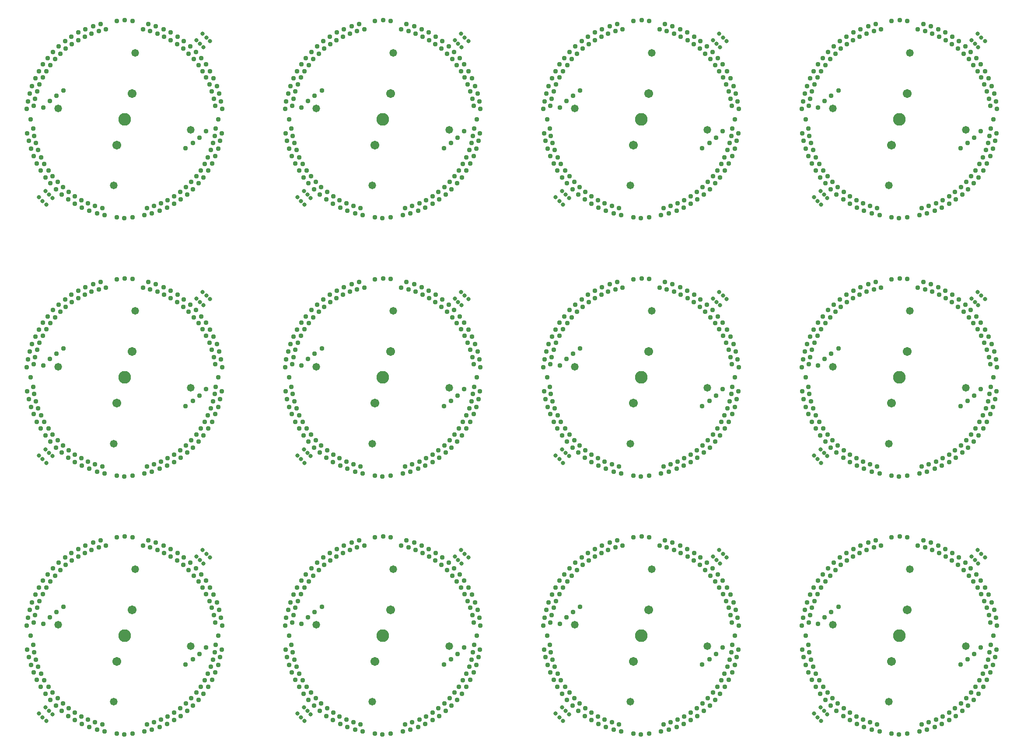
<source format=gbs>
G75*
%MOIN*%
%OFA0B0*%
%FSLAX24Y24*%
%IPPOS*%
%LPD*%
%AMOC8*
5,1,8,0,0,1.08239X$1,22.5*
%
%ADD10C,0.0580*%
%ADD11C,0.0316*%
%ADD12C,0.0375*%
%ADD13C,0.0970*%
%ADD14C,0.0671*%
D10*
X013315Y009067D03*
X019183Y013315D03*
X014935Y019183D03*
X009067Y014935D03*
X013315Y028752D03*
X019183Y033000D03*
X014935Y038868D03*
X009067Y034620D03*
X013315Y048437D03*
X019183Y052685D03*
X014935Y058553D03*
X009067Y054305D03*
X028752Y054305D03*
X034620Y058553D03*
X038868Y052685D03*
X033000Y048437D03*
X034620Y038868D03*
X028752Y034620D03*
X033000Y028752D03*
X038868Y033000D03*
X048437Y034620D03*
X054305Y038868D03*
X058553Y033000D03*
X052685Y028752D03*
X054305Y019183D03*
X048437Y014935D03*
X052685Y009067D03*
X058553Y013315D03*
X068122Y014935D03*
X073990Y019183D03*
X078238Y013315D03*
X072370Y009067D03*
X072370Y028752D03*
X078238Y033000D03*
X073990Y038868D03*
X068122Y034620D03*
X072370Y048437D03*
X078238Y052685D03*
X073990Y058553D03*
X068122Y054305D03*
X058553Y052685D03*
X052685Y048437D03*
X048437Y054305D03*
X054305Y058553D03*
X034620Y019183D03*
X028752Y014935D03*
X033000Y009067D03*
X038868Y013315D03*
D11*
X008167Y007611D03*
X007889Y007889D03*
X007611Y008167D03*
X008117Y008634D03*
X008381Y008381D03*
X008634Y008117D03*
X019869Y019869D03*
X020133Y019616D03*
X020639Y020083D03*
X020361Y020361D03*
X020083Y020639D03*
X019616Y020133D03*
X027296Y027853D03*
X027574Y027574D03*
X027853Y027296D03*
X028319Y027802D03*
X028066Y028066D03*
X027802Y028319D03*
X039301Y020133D03*
X039554Y019869D03*
X039818Y019616D03*
X040324Y020083D03*
X040046Y020361D03*
X039768Y020639D03*
X046981Y027853D03*
X047259Y027574D03*
X047538Y027296D03*
X048004Y027802D03*
X047751Y028066D03*
X047487Y028319D03*
X058986Y020133D03*
X059239Y019869D03*
X059503Y019616D03*
X060009Y020083D03*
X059731Y020361D03*
X059453Y020639D03*
X066666Y027853D03*
X066944Y027574D03*
X067223Y027296D03*
X067689Y027802D03*
X067436Y028066D03*
X067172Y028319D03*
X078671Y020133D03*
X078924Y019869D03*
X079189Y019616D03*
X079694Y020083D03*
X079416Y020361D03*
X079138Y020639D03*
X067436Y008381D03*
X067172Y008634D03*
X066666Y008167D03*
X066944Y007889D03*
X067223Y007611D03*
X067689Y008117D03*
X048004Y008117D03*
X047751Y008381D03*
X047487Y008634D03*
X046981Y008167D03*
X047259Y007889D03*
X047538Y007611D03*
X028319Y008117D03*
X028066Y008381D03*
X027802Y008634D03*
X027296Y008167D03*
X027574Y007889D03*
X027853Y007611D03*
X008167Y027296D03*
X007889Y027574D03*
X007611Y027853D03*
X008117Y028319D03*
X008381Y028066D03*
X008634Y027802D03*
X019869Y039554D03*
X020133Y039301D03*
X020639Y039768D03*
X020361Y040046D03*
X020083Y040324D03*
X019616Y039818D03*
X027853Y046981D03*
X027574Y047259D03*
X027296Y047538D03*
X027802Y048004D03*
X028066Y047751D03*
X028319Y047487D03*
X039301Y039818D03*
X039554Y039554D03*
X039818Y039301D03*
X040324Y039768D03*
X040046Y040046D03*
X039768Y040324D03*
X046981Y047538D03*
X047259Y047259D03*
X047538Y046981D03*
X048004Y047487D03*
X047751Y047751D03*
X047487Y048004D03*
X058986Y039818D03*
X059239Y039554D03*
X059503Y039301D03*
X060009Y039768D03*
X059731Y040046D03*
X059453Y040324D03*
X067223Y046981D03*
X066944Y047259D03*
X066666Y047538D03*
X067172Y048004D03*
X067436Y047751D03*
X067689Y047487D03*
X078671Y039818D03*
X078924Y039554D03*
X079189Y039301D03*
X079694Y039768D03*
X079416Y040046D03*
X079138Y040324D03*
X079189Y058986D03*
X078924Y059239D03*
X078671Y059503D03*
X079138Y060009D03*
X079416Y059731D03*
X079694Y059453D03*
X060009Y059453D03*
X059731Y059731D03*
X059453Y060009D03*
X058986Y059503D03*
X059239Y059239D03*
X059503Y058986D03*
X040324Y059453D03*
X040046Y059731D03*
X039768Y060009D03*
X039301Y059503D03*
X039554Y059239D03*
X039818Y058986D03*
X020639Y059453D03*
X020361Y059731D03*
X020083Y060009D03*
X019616Y059503D03*
X019869Y059239D03*
X020133Y058986D03*
X008381Y047751D03*
X008634Y047487D03*
X008167Y046981D03*
X007889Y047259D03*
X007611Y047538D03*
X008117Y048004D03*
D12*
X008469Y048602D03*
X008655Y049141D03*
X008325Y049592D03*
X008098Y049065D03*
X007746Y049591D03*
X008018Y050093D03*
X007765Y050592D03*
X007456Y050109D03*
X007194Y050686D03*
X007544Y051136D03*
X007376Y051670D03*
X006831Y051843D03*
X007249Y052230D03*
X007170Y052784D03*
X006722Y052426D03*
X006975Y053495D03*
X006686Y054268D03*
X007207Y054502D03*
X007309Y055052D03*
X006909Y055460D03*
X007460Y055606D03*
X007650Y056133D03*
X007087Y056027D03*
X007327Y056613D03*
X007895Y056667D03*
X008168Y057155D03*
X007920Y057670D03*
X008489Y057632D03*
X008838Y058069D03*
X008270Y058150D03*
X008685Y058627D03*
X009240Y058497D03*
X009656Y058871D03*
X009109Y059043D03*
X009597Y059447D03*
X010123Y059227D03*
X010594Y059529D03*
X010618Y060101D03*
X011102Y059799D03*
X011615Y060020D03*
X011153Y060359D03*
X011744Y060585D03*
X012172Y060208D03*
X012715Y060343D03*
X012313Y060752D03*
X013534Y060975D03*
X014155Y061045D03*
X014725Y060985D03*
X015535Y060343D03*
X016078Y060208D03*
X015937Y060752D03*
X016506Y060585D03*
X016635Y060020D03*
X017148Y059799D03*
X017097Y060359D03*
X017632Y060101D03*
X017656Y059529D03*
X018127Y059227D03*
X018168Y059788D03*
X018653Y059447D03*
X018594Y058871D03*
X019010Y058497D03*
X019141Y059043D03*
X019565Y058627D03*
X019412Y058069D03*
X019761Y057632D03*
X019980Y058150D03*
X020330Y057670D03*
X020082Y057155D03*
X020355Y056667D03*
X020655Y057142D03*
X020923Y056613D03*
X020600Y056133D03*
X020790Y055606D03*
X021163Y056027D03*
X021341Y055460D03*
X020941Y055052D03*
X021043Y054502D03*
X021480Y054856D03*
X021564Y054268D03*
X021275Y053495D03*
X021080Y052784D03*
X021001Y052230D03*
X021528Y052426D03*
X021419Y051843D03*
X020874Y051670D03*
X020706Y051136D03*
X021258Y051244D03*
X021056Y050686D03*
X020485Y050592D03*
X020232Y050093D03*
X020794Y050109D03*
X020504Y049591D03*
X019925Y049592D03*
X019595Y049141D03*
X020152Y049065D03*
X019781Y048602D03*
X019218Y048706D03*
X018819Y048314D03*
X019357Y048150D03*
X018916Y047752D03*
X018368Y047938D03*
X017910Y047617D03*
X018413Y047367D03*
X017913Y047047D03*
X017414Y047326D03*
X016910Y047083D03*
X017367Y046754D03*
X016822Y046520D03*
X016362Y046871D03*
X015826Y046714D03*
X016222Y046315D03*
X015646Y046173D03*
X014725Y046005D03*
X014095Y045945D03*
X013525Y046005D03*
X012604Y046173D03*
X012424Y046714D03*
X011888Y046871D03*
X012028Y046315D03*
X011428Y046520D03*
X011340Y047083D03*
X010836Y047326D03*
X010336Y047047D03*
X010340Y047617D03*
X009882Y047938D03*
X009837Y047367D03*
X009334Y047752D03*
X009431Y048314D03*
X009032Y048706D03*
X008893Y048150D03*
X010883Y046754D03*
X006992Y051244D03*
X007925Y054395D03*
X008425Y054895D03*
X008925Y055295D03*
X009475Y055695D03*
X007595Y057142D03*
X006770Y054856D03*
X010082Y059788D03*
X019325Y051695D03*
X019825Y052095D03*
X020325Y052595D03*
X018775Y051295D03*
X026407Y052426D03*
X026934Y052230D03*
X026855Y052784D03*
X026660Y053495D03*
X026371Y054268D03*
X026892Y054502D03*
X026994Y055052D03*
X026594Y055460D03*
X027145Y055606D03*
X027335Y056133D03*
X026772Y056027D03*
X027012Y056613D03*
X027580Y056667D03*
X027853Y057155D03*
X027605Y057670D03*
X028174Y057632D03*
X028523Y058069D03*
X027955Y058150D03*
X028371Y058627D03*
X028925Y058497D03*
X029341Y058871D03*
X028794Y059043D03*
X029282Y059447D03*
X029808Y059227D03*
X030279Y059529D03*
X030303Y060101D03*
X030787Y059799D03*
X031300Y060020D03*
X030838Y060359D03*
X031429Y060585D03*
X031857Y060208D03*
X032400Y060343D03*
X031999Y060752D03*
X033219Y060975D03*
X033840Y061045D03*
X034410Y060985D03*
X035220Y060343D03*
X035763Y060208D03*
X035622Y060752D03*
X036191Y060585D03*
X036320Y060020D03*
X036833Y059799D03*
X036782Y060359D03*
X037317Y060101D03*
X037341Y059529D03*
X037812Y059227D03*
X037853Y059788D03*
X038338Y059447D03*
X038279Y058871D03*
X038695Y058497D03*
X038826Y059043D03*
X039250Y058627D03*
X039097Y058069D03*
X039446Y057632D03*
X039665Y058150D03*
X040015Y057670D03*
X039767Y057155D03*
X040040Y056667D03*
X040340Y057142D03*
X040608Y056613D03*
X040285Y056133D03*
X040475Y055606D03*
X040848Y056027D03*
X041026Y055460D03*
X040626Y055052D03*
X040728Y054502D03*
X041165Y054856D03*
X041249Y054268D03*
X040960Y053495D03*
X040765Y052784D03*
X040686Y052230D03*
X041213Y052426D03*
X041104Y051843D03*
X040559Y051670D03*
X040391Y051136D03*
X040943Y051244D03*
X040741Y050686D03*
X040170Y050592D03*
X039917Y050093D03*
X040479Y050109D03*
X040189Y049591D03*
X039610Y049592D03*
X039280Y049141D03*
X039837Y049065D03*
X039466Y048602D03*
X038903Y048706D03*
X038504Y048314D03*
X039042Y048150D03*
X038601Y047752D03*
X038053Y047938D03*
X037595Y047617D03*
X038098Y047367D03*
X037599Y047047D03*
X037099Y047326D03*
X036595Y047083D03*
X037052Y046754D03*
X036507Y046520D03*
X036047Y046871D03*
X035511Y046714D03*
X035907Y046315D03*
X035331Y046173D03*
X034410Y046005D03*
X033780Y045945D03*
X033210Y046005D03*
X032289Y046173D03*
X032109Y046714D03*
X031573Y046871D03*
X031713Y046315D03*
X031113Y046520D03*
X031025Y047083D03*
X030521Y047326D03*
X030022Y047047D03*
X030025Y047617D03*
X029567Y047938D03*
X029522Y047367D03*
X029019Y047752D03*
X029116Y048314D03*
X028717Y048706D03*
X028154Y048602D03*
X028340Y049141D03*
X028010Y049592D03*
X027783Y049065D03*
X027431Y049591D03*
X027703Y050093D03*
X027450Y050592D03*
X027141Y050109D03*
X026879Y050686D03*
X027229Y051136D03*
X027061Y051670D03*
X026516Y051843D03*
X026677Y051244D03*
X028578Y048150D03*
X030568Y046754D03*
X031999Y041067D03*
X031857Y040523D03*
X032400Y040658D03*
X031429Y040900D03*
X031300Y040335D03*
X030787Y040114D03*
X030838Y040674D03*
X030303Y040415D03*
X030279Y039844D03*
X029808Y039542D03*
X029767Y040103D03*
X029282Y039762D03*
X029341Y039186D03*
X028925Y038812D03*
X028794Y039358D03*
X028371Y038942D03*
X028523Y038384D03*
X028174Y037947D03*
X027955Y038465D03*
X027605Y037985D03*
X027853Y037470D03*
X027580Y036982D03*
X027280Y037457D03*
X027012Y036928D03*
X027335Y036447D03*
X027145Y035921D03*
X026772Y036342D03*
X026594Y035775D03*
X026994Y035366D03*
X026892Y034817D03*
X026455Y035171D03*
X026371Y034583D03*
X026660Y033810D03*
X026855Y033099D03*
X026934Y032545D03*
X026407Y032741D03*
X026516Y032158D03*
X027061Y031984D03*
X027229Y031451D03*
X026677Y031559D03*
X026879Y031001D03*
X027450Y030907D03*
X027703Y030408D03*
X027141Y030424D03*
X027431Y029906D03*
X028010Y029907D03*
X028340Y029456D03*
X027783Y029380D03*
X028154Y028917D03*
X028717Y029021D03*
X029116Y028629D03*
X028578Y028465D03*
X029019Y028067D03*
X029567Y028253D03*
X030025Y027932D03*
X029522Y027682D03*
X030022Y027362D03*
X030521Y027641D03*
X031025Y027398D03*
X030568Y027069D03*
X031113Y026834D03*
X031573Y027186D03*
X032109Y027029D03*
X031713Y026630D03*
X032289Y026488D03*
X033210Y026320D03*
X033780Y026260D03*
X034410Y026320D03*
X035331Y026488D03*
X035511Y027029D03*
X036047Y027186D03*
X035907Y026630D03*
X036507Y026834D03*
X036595Y027398D03*
X037099Y027641D03*
X037599Y027362D03*
X037595Y027932D03*
X038053Y028253D03*
X038098Y027682D03*
X038601Y028067D03*
X038504Y028629D03*
X038903Y029021D03*
X039466Y028917D03*
X039280Y029456D03*
X039610Y029907D03*
X039837Y029380D03*
X040189Y029906D03*
X039917Y030408D03*
X040170Y030907D03*
X040479Y030424D03*
X040741Y031001D03*
X040391Y031451D03*
X040559Y031984D03*
X041104Y032158D03*
X040686Y032545D03*
X040765Y033099D03*
X041213Y032741D03*
X040960Y033810D03*
X041249Y034583D03*
X040728Y034817D03*
X040626Y035366D03*
X041026Y035775D03*
X040475Y035921D03*
X040285Y036447D03*
X040848Y036342D03*
X040608Y036928D03*
X040040Y036982D03*
X039767Y037470D03*
X040015Y037985D03*
X039446Y037947D03*
X039097Y038384D03*
X039665Y038465D03*
X039250Y038942D03*
X038695Y038812D03*
X038279Y039186D03*
X038826Y039358D03*
X038338Y039762D03*
X037812Y039542D03*
X037341Y039844D03*
X037317Y040415D03*
X036833Y040114D03*
X036320Y040335D03*
X036782Y040674D03*
X036191Y040900D03*
X035763Y040523D03*
X035220Y040658D03*
X035622Y041067D03*
X034410Y041300D03*
X033840Y041360D03*
X033219Y041290D03*
X037853Y040103D03*
X040340Y037457D03*
X041165Y035171D03*
X040010Y032910D03*
X039510Y032410D03*
X039010Y032010D03*
X038460Y031610D03*
X040943Y031559D03*
X039042Y028465D03*
X037052Y027069D03*
X035622Y021382D03*
X035763Y020838D03*
X035220Y020973D03*
X036191Y021215D03*
X036320Y020650D03*
X036833Y020429D03*
X036782Y020989D03*
X037317Y020730D03*
X037341Y020159D03*
X037812Y019857D03*
X037853Y020418D03*
X038338Y020077D03*
X038279Y019501D03*
X038695Y019127D03*
X038826Y019673D03*
X039250Y019257D03*
X039097Y018699D03*
X039446Y018262D03*
X039665Y018780D03*
X040015Y018300D03*
X039767Y017784D03*
X040040Y017297D03*
X040340Y017772D03*
X040608Y017242D03*
X040285Y016762D03*
X040475Y016236D03*
X040848Y016657D03*
X041026Y016090D03*
X040626Y015681D03*
X040728Y015132D03*
X041165Y015486D03*
X041249Y014898D03*
X040960Y014125D03*
X040765Y013414D03*
X040686Y012860D03*
X041213Y013056D03*
X041104Y012473D03*
X040559Y012299D03*
X040391Y011766D03*
X040943Y011874D03*
X040741Y011316D03*
X040170Y011222D03*
X039917Y010723D03*
X040479Y010739D03*
X040189Y010221D03*
X039610Y010222D03*
X039280Y009771D03*
X039837Y009695D03*
X039466Y009232D03*
X038903Y009336D03*
X038504Y008944D03*
X039042Y008780D03*
X038601Y008382D03*
X038053Y008568D03*
X037595Y008247D03*
X038098Y007997D03*
X037599Y007677D03*
X037099Y007956D03*
X036595Y007713D03*
X037052Y007384D03*
X036507Y007149D03*
X036047Y007501D03*
X035511Y007344D03*
X035907Y006945D03*
X035331Y006803D03*
X034410Y006635D03*
X033780Y006575D03*
X033210Y006635D03*
X032289Y006803D03*
X032109Y007344D03*
X031573Y007501D03*
X031713Y006945D03*
X031113Y007149D03*
X031025Y007713D03*
X030521Y007956D03*
X030022Y007677D03*
X030025Y008247D03*
X029567Y008568D03*
X029522Y007997D03*
X029019Y008382D03*
X029116Y008944D03*
X028717Y009336D03*
X028154Y009232D03*
X028340Y009771D03*
X028010Y010222D03*
X027783Y009695D03*
X027431Y010221D03*
X027703Y010723D03*
X027450Y011222D03*
X027141Y010739D03*
X026879Y011316D03*
X027229Y011766D03*
X027061Y012299D03*
X026516Y012473D03*
X026934Y012860D03*
X026855Y013414D03*
X026407Y013056D03*
X026677Y011874D03*
X026660Y014125D03*
X026371Y014898D03*
X026892Y015132D03*
X026994Y015681D03*
X026594Y016090D03*
X027145Y016236D03*
X027335Y016762D03*
X026772Y016657D03*
X027012Y017242D03*
X027580Y017297D03*
X027853Y017784D03*
X027605Y018300D03*
X028174Y018262D03*
X028523Y018699D03*
X027955Y018780D03*
X028371Y019257D03*
X028925Y019127D03*
X029341Y019501D03*
X028794Y019673D03*
X029282Y020077D03*
X029808Y019857D03*
X030279Y020159D03*
X030303Y020730D03*
X030787Y020429D03*
X031300Y020650D03*
X030838Y020989D03*
X031429Y021215D03*
X031857Y020838D03*
X032400Y020973D03*
X031999Y021382D03*
X033219Y021605D03*
X033840Y021675D03*
X034410Y021615D03*
X029767Y020418D03*
X027280Y017772D03*
X028610Y015925D03*
X028110Y015525D03*
X027610Y015025D03*
X026455Y015486D03*
X029160Y016325D03*
X028578Y008780D03*
X030568Y007384D03*
X038460Y011925D03*
X039010Y012325D03*
X039510Y012725D03*
X040010Y013225D03*
X046092Y013056D03*
X046619Y012860D03*
X046540Y013414D03*
X046345Y014125D03*
X046057Y014898D03*
X046577Y015132D03*
X046679Y015681D03*
X046279Y016090D03*
X046830Y016236D03*
X047020Y016762D03*
X046457Y016657D03*
X046697Y017242D03*
X047265Y017297D03*
X047538Y017784D03*
X047290Y018300D03*
X047859Y018262D03*
X048208Y018699D03*
X047640Y018780D03*
X048056Y019257D03*
X048610Y019127D03*
X049026Y019501D03*
X048479Y019673D03*
X048967Y020077D03*
X049493Y019857D03*
X049964Y020159D03*
X049988Y020730D03*
X050472Y020429D03*
X050985Y020650D03*
X050523Y020989D03*
X051114Y021215D03*
X051542Y020838D03*
X052085Y020973D03*
X051684Y021382D03*
X052905Y021605D03*
X053525Y021675D03*
X054095Y021615D03*
X054905Y020973D03*
X055448Y020838D03*
X055307Y021382D03*
X055876Y021215D03*
X056005Y020650D03*
X056518Y020429D03*
X056468Y020989D03*
X057002Y020730D03*
X057026Y020159D03*
X057497Y019857D03*
X057538Y020418D03*
X058023Y020077D03*
X057964Y019501D03*
X058380Y019127D03*
X058511Y019673D03*
X058935Y019257D03*
X058782Y018699D03*
X059131Y018262D03*
X059350Y018780D03*
X059700Y018300D03*
X059452Y017784D03*
X059725Y017297D03*
X060025Y017772D03*
X060293Y017242D03*
X059970Y016762D03*
X060160Y016236D03*
X060533Y016657D03*
X060711Y016090D03*
X060311Y015681D03*
X060413Y015132D03*
X060850Y015486D03*
X060934Y014898D03*
X060645Y014125D03*
X060450Y013414D03*
X060371Y012860D03*
X060898Y013056D03*
X060789Y012473D03*
X060244Y012299D03*
X060076Y011766D03*
X060628Y011874D03*
X060426Y011316D03*
X059855Y011222D03*
X059602Y010723D03*
X060164Y010739D03*
X059874Y010221D03*
X059295Y010222D03*
X058965Y009771D03*
X059522Y009695D03*
X059151Y009232D03*
X058588Y009336D03*
X058189Y008944D03*
X058727Y008780D03*
X058286Y008382D03*
X057738Y008568D03*
X057280Y008247D03*
X057784Y007997D03*
X057284Y007677D03*
X056784Y007956D03*
X056280Y007713D03*
X056737Y007384D03*
X056192Y007149D03*
X055732Y007501D03*
X055196Y007344D03*
X055592Y006945D03*
X055016Y006803D03*
X054095Y006635D03*
X053465Y006575D03*
X052895Y006635D03*
X051974Y006803D03*
X051795Y007344D03*
X051258Y007501D03*
X051398Y006945D03*
X050798Y007149D03*
X050710Y007713D03*
X050206Y007956D03*
X049707Y007677D03*
X049710Y008247D03*
X049252Y008568D03*
X049207Y007997D03*
X048704Y008382D03*
X048801Y008944D03*
X048402Y009336D03*
X047839Y009232D03*
X048025Y009771D03*
X047695Y010222D03*
X047468Y009695D03*
X047116Y010221D03*
X047388Y010723D03*
X047135Y011222D03*
X046826Y010739D03*
X046564Y011316D03*
X046914Y011766D03*
X046746Y012299D03*
X046201Y012473D03*
X046362Y011874D03*
X048263Y008780D03*
X050253Y007384D03*
X058145Y011925D03*
X058695Y012325D03*
X059195Y012725D03*
X059695Y013225D03*
X065777Y013056D03*
X066304Y012860D03*
X066225Y013414D03*
X066030Y014125D03*
X065742Y014898D03*
X066262Y015132D03*
X066364Y015681D03*
X065964Y016090D03*
X066515Y016236D03*
X066705Y016762D03*
X066142Y016657D03*
X066382Y017242D03*
X066950Y017297D03*
X067223Y017784D03*
X066975Y018300D03*
X067544Y018262D03*
X067893Y018699D03*
X067325Y018780D03*
X067741Y019257D03*
X068296Y019127D03*
X068711Y019501D03*
X068164Y019673D03*
X068652Y020077D03*
X069178Y019857D03*
X069649Y020159D03*
X069673Y020730D03*
X070157Y020429D03*
X070670Y020650D03*
X070208Y020989D03*
X070799Y021215D03*
X071227Y020838D03*
X071770Y020973D03*
X071369Y021382D03*
X072590Y021605D03*
X073210Y021675D03*
X073780Y021615D03*
X074590Y020973D03*
X075133Y020838D03*
X074992Y021382D03*
X075561Y021215D03*
X075690Y020650D03*
X076203Y020429D03*
X076153Y020989D03*
X076687Y020730D03*
X076711Y020159D03*
X077182Y019857D03*
X077223Y020418D03*
X077708Y020077D03*
X077649Y019501D03*
X078065Y019127D03*
X078196Y019673D03*
X078620Y019257D03*
X078467Y018699D03*
X078816Y018262D03*
X079035Y018780D03*
X079385Y018300D03*
X079137Y017784D03*
X079410Y017297D03*
X079710Y017772D03*
X079978Y017242D03*
X079655Y016762D03*
X079845Y016236D03*
X080218Y016657D03*
X080396Y016090D03*
X079996Y015681D03*
X080098Y015132D03*
X080535Y015486D03*
X080619Y014898D03*
X080330Y014125D03*
X080135Y013414D03*
X080056Y012860D03*
X080583Y013056D03*
X080474Y012473D03*
X079929Y012299D03*
X079761Y011766D03*
X080313Y011874D03*
X080111Y011316D03*
X079540Y011222D03*
X079287Y010723D03*
X079849Y010739D03*
X079559Y010221D03*
X078980Y010222D03*
X078650Y009771D03*
X079207Y009695D03*
X078836Y009232D03*
X078273Y009336D03*
X077874Y008944D03*
X078412Y008780D03*
X077971Y008382D03*
X077423Y008568D03*
X076965Y008247D03*
X077469Y007997D03*
X076969Y007677D03*
X076469Y007956D03*
X075965Y007713D03*
X076422Y007384D03*
X075877Y007149D03*
X075417Y007501D03*
X074881Y007344D03*
X075277Y006945D03*
X074701Y006803D03*
X073780Y006635D03*
X073150Y006575D03*
X072580Y006635D03*
X071659Y006803D03*
X071480Y007344D03*
X070943Y007501D03*
X071083Y006945D03*
X070483Y007149D03*
X070395Y007713D03*
X069891Y007956D03*
X069392Y007677D03*
X069395Y008247D03*
X068937Y008568D03*
X068892Y007997D03*
X068389Y008382D03*
X068486Y008944D03*
X068087Y009336D03*
X067524Y009232D03*
X067710Y009771D03*
X067380Y010222D03*
X067153Y009695D03*
X066801Y010221D03*
X067073Y010723D03*
X066820Y011222D03*
X066511Y010739D03*
X066249Y011316D03*
X066599Y011766D03*
X066431Y012299D03*
X065886Y012473D03*
X066047Y011874D03*
X067948Y008780D03*
X069938Y007384D03*
X077830Y011925D03*
X078380Y012325D03*
X078880Y012725D03*
X079380Y013225D03*
X069138Y020418D03*
X066650Y017772D03*
X067980Y015925D03*
X067480Y015525D03*
X066980Y015025D03*
X068530Y016325D03*
X065825Y015486D03*
X070483Y026834D03*
X070395Y027398D03*
X069891Y027641D03*
X069392Y027362D03*
X069395Y027932D03*
X068937Y028253D03*
X068892Y027682D03*
X068389Y028067D03*
X068486Y028629D03*
X068087Y029021D03*
X067524Y028917D03*
X067710Y029456D03*
X067380Y029907D03*
X067153Y029380D03*
X066801Y029906D03*
X067073Y030408D03*
X066820Y030907D03*
X066511Y030424D03*
X066249Y031001D03*
X066599Y031451D03*
X066431Y031984D03*
X065886Y032158D03*
X066304Y032545D03*
X066225Y033099D03*
X065777Y032741D03*
X066030Y033810D03*
X065742Y034583D03*
X066262Y034817D03*
X066364Y035366D03*
X065964Y035775D03*
X066515Y035921D03*
X066705Y036447D03*
X066142Y036342D03*
X066382Y036928D03*
X066950Y036982D03*
X067223Y037470D03*
X066975Y037985D03*
X067544Y037947D03*
X067893Y038384D03*
X067325Y038465D03*
X067741Y038942D03*
X068296Y038812D03*
X068711Y039186D03*
X068164Y039358D03*
X068652Y039762D03*
X069178Y039542D03*
X069649Y039844D03*
X069673Y040415D03*
X070157Y040114D03*
X070670Y040335D03*
X070208Y040674D03*
X070799Y040900D03*
X071227Y040523D03*
X071770Y040658D03*
X071369Y041067D03*
X072590Y041290D03*
X073210Y041360D03*
X073780Y041300D03*
X074590Y040658D03*
X075133Y040523D03*
X074992Y041067D03*
X075561Y040900D03*
X075690Y040335D03*
X076203Y040114D03*
X076153Y040674D03*
X076687Y040415D03*
X076711Y039844D03*
X077182Y039542D03*
X077223Y040103D03*
X077708Y039762D03*
X077649Y039186D03*
X078065Y038812D03*
X078196Y039358D03*
X078620Y038942D03*
X078467Y038384D03*
X078816Y037947D03*
X079035Y038465D03*
X079385Y037985D03*
X079137Y037470D03*
X079410Y036982D03*
X079710Y037457D03*
X079978Y036928D03*
X079655Y036447D03*
X079845Y035921D03*
X080218Y036342D03*
X080396Y035775D03*
X079996Y035366D03*
X080098Y034817D03*
X080535Y035171D03*
X080619Y034583D03*
X080330Y033810D03*
X080135Y033099D03*
X080056Y032545D03*
X080583Y032741D03*
X080474Y032158D03*
X079929Y031984D03*
X079761Y031451D03*
X080313Y031559D03*
X080111Y031001D03*
X079540Y030907D03*
X079287Y030408D03*
X079849Y030424D03*
X079559Y029906D03*
X078980Y029907D03*
X078650Y029456D03*
X079207Y029380D03*
X078836Y028917D03*
X078273Y029021D03*
X077874Y028629D03*
X078412Y028465D03*
X077971Y028067D03*
X077423Y028253D03*
X076965Y027932D03*
X077469Y027682D03*
X076969Y027362D03*
X076469Y027641D03*
X075965Y027398D03*
X076422Y027069D03*
X075877Y026834D03*
X075417Y027186D03*
X074881Y027029D03*
X075277Y026630D03*
X074701Y026488D03*
X073780Y026320D03*
X073150Y026260D03*
X072580Y026320D03*
X071659Y026488D03*
X071480Y027029D03*
X070943Y027186D03*
X071083Y026630D03*
X069938Y027069D03*
X067948Y028465D03*
X066047Y031559D03*
X066980Y034710D03*
X067480Y035210D03*
X067980Y035610D03*
X068530Y036010D03*
X066650Y037457D03*
X065825Y035171D03*
X060934Y034583D03*
X060413Y034817D03*
X060311Y035366D03*
X060711Y035775D03*
X060160Y035921D03*
X059970Y036447D03*
X060533Y036342D03*
X060293Y036928D03*
X059725Y036982D03*
X059452Y037470D03*
X059700Y037985D03*
X059131Y037947D03*
X058782Y038384D03*
X059350Y038465D03*
X058935Y038942D03*
X058380Y038812D03*
X057964Y039186D03*
X058511Y039358D03*
X058023Y039762D03*
X057497Y039542D03*
X057026Y039844D03*
X057002Y040415D03*
X056518Y040114D03*
X056005Y040335D03*
X056468Y040674D03*
X055876Y040900D03*
X055448Y040523D03*
X054905Y040658D03*
X055307Y041067D03*
X054095Y041300D03*
X053525Y041360D03*
X052905Y041290D03*
X052085Y040658D03*
X051542Y040523D03*
X051684Y041067D03*
X051114Y040900D03*
X050985Y040335D03*
X050472Y040114D03*
X050523Y040674D03*
X049988Y040415D03*
X049964Y039844D03*
X049493Y039542D03*
X049452Y040103D03*
X048967Y039762D03*
X049026Y039186D03*
X048610Y038812D03*
X048479Y039358D03*
X048056Y038942D03*
X048208Y038384D03*
X047859Y037947D03*
X047640Y038465D03*
X047290Y037985D03*
X047538Y037470D03*
X047265Y036982D03*
X046965Y037457D03*
X046697Y036928D03*
X047020Y036447D03*
X046830Y035921D03*
X046457Y036342D03*
X046279Y035775D03*
X046679Y035366D03*
X046577Y034817D03*
X046140Y035171D03*
X046057Y034583D03*
X046345Y033810D03*
X046540Y033099D03*
X046619Y032545D03*
X046092Y032741D03*
X046201Y032158D03*
X046746Y031984D03*
X046914Y031451D03*
X046362Y031559D03*
X046564Y031001D03*
X047135Y030907D03*
X047388Y030408D03*
X046826Y030424D03*
X047116Y029906D03*
X047695Y029907D03*
X048025Y029456D03*
X047468Y029380D03*
X047839Y028917D03*
X048402Y029021D03*
X048801Y028629D03*
X048263Y028465D03*
X048704Y028067D03*
X049252Y028253D03*
X049710Y027932D03*
X049207Y027682D03*
X049707Y027362D03*
X050206Y027641D03*
X050710Y027398D03*
X050253Y027069D03*
X050798Y026834D03*
X051258Y027186D03*
X051795Y027029D03*
X051398Y026630D03*
X051974Y026488D03*
X052895Y026320D03*
X053465Y026260D03*
X054095Y026320D03*
X055016Y026488D03*
X055196Y027029D03*
X055732Y027186D03*
X055592Y026630D03*
X056192Y026834D03*
X056280Y027398D03*
X056784Y027641D03*
X057284Y027362D03*
X057280Y027932D03*
X057738Y028253D03*
X057784Y027682D03*
X058286Y028067D03*
X058189Y028629D03*
X058588Y029021D03*
X059151Y028917D03*
X058965Y029456D03*
X059295Y029907D03*
X059522Y029380D03*
X059874Y029906D03*
X059602Y030408D03*
X059855Y030907D03*
X060164Y030424D03*
X060426Y031001D03*
X060076Y031451D03*
X060244Y031984D03*
X060789Y032158D03*
X060371Y032545D03*
X060450Y033099D03*
X060898Y032741D03*
X060645Y033810D03*
X059695Y032910D03*
X059195Y032410D03*
X058695Y032010D03*
X058145Y031610D03*
X060628Y031559D03*
X060850Y035171D03*
X060025Y037457D03*
X057538Y040103D03*
X055016Y046173D03*
X055196Y046714D03*
X055732Y046871D03*
X055592Y046315D03*
X056192Y046520D03*
X056280Y047083D03*
X056784Y047326D03*
X057284Y047047D03*
X057280Y047617D03*
X057738Y047938D03*
X057784Y047367D03*
X058286Y047752D03*
X058189Y048314D03*
X058588Y048706D03*
X059151Y048602D03*
X058965Y049141D03*
X059295Y049592D03*
X059522Y049065D03*
X059874Y049591D03*
X059602Y050093D03*
X059855Y050592D03*
X060164Y050109D03*
X060426Y050686D03*
X060076Y051136D03*
X060244Y051670D03*
X060789Y051843D03*
X060371Y052230D03*
X060450Y052784D03*
X060898Y052426D03*
X060645Y053495D03*
X060934Y054268D03*
X060413Y054502D03*
X060311Y055052D03*
X060711Y055460D03*
X060160Y055606D03*
X059970Y056133D03*
X060533Y056027D03*
X060293Y056613D03*
X059725Y056667D03*
X059452Y057155D03*
X059700Y057670D03*
X059131Y057632D03*
X058782Y058069D03*
X059350Y058150D03*
X058935Y058627D03*
X058380Y058497D03*
X057964Y058871D03*
X058511Y059043D03*
X058023Y059447D03*
X057497Y059227D03*
X057026Y059529D03*
X057002Y060101D03*
X056518Y059799D03*
X056005Y060020D03*
X056468Y060359D03*
X055876Y060585D03*
X055448Y060208D03*
X054905Y060343D03*
X055307Y060752D03*
X054095Y060985D03*
X053525Y061045D03*
X052905Y060975D03*
X052085Y060343D03*
X051542Y060208D03*
X051684Y060752D03*
X051114Y060585D03*
X050985Y060020D03*
X050472Y059799D03*
X050523Y060359D03*
X049988Y060101D03*
X049964Y059529D03*
X049493Y059227D03*
X049452Y059788D03*
X048967Y059447D03*
X049026Y058871D03*
X048610Y058497D03*
X048479Y059043D03*
X048056Y058627D03*
X048208Y058069D03*
X047859Y057632D03*
X047640Y058150D03*
X047290Y057670D03*
X047538Y057155D03*
X047265Y056667D03*
X046965Y057142D03*
X046697Y056613D03*
X047020Y056133D03*
X046830Y055606D03*
X046457Y056027D03*
X046279Y055460D03*
X046679Y055052D03*
X046577Y054502D03*
X046140Y054856D03*
X046057Y054268D03*
X046345Y053495D03*
X046540Y052784D03*
X046619Y052230D03*
X046092Y052426D03*
X046201Y051843D03*
X046746Y051670D03*
X046914Y051136D03*
X046362Y051244D03*
X046564Y050686D03*
X047135Y050592D03*
X047388Y050093D03*
X046826Y050109D03*
X047116Y049591D03*
X047695Y049592D03*
X048025Y049141D03*
X047468Y049065D03*
X047839Y048602D03*
X048402Y048706D03*
X048801Y048314D03*
X048263Y048150D03*
X048704Y047752D03*
X049252Y047938D03*
X049710Y047617D03*
X049207Y047367D03*
X049707Y047047D03*
X050206Y047326D03*
X050710Y047083D03*
X050253Y046754D03*
X050798Y046520D03*
X051258Y046871D03*
X051795Y046714D03*
X051398Y046315D03*
X051974Y046173D03*
X052895Y046005D03*
X053465Y045945D03*
X054095Y046005D03*
X056737Y046754D03*
X058727Y048150D03*
X058145Y051295D03*
X058695Y051695D03*
X059195Y052095D03*
X059695Y052595D03*
X060628Y051244D03*
X060850Y054856D03*
X060025Y057142D03*
X057538Y059788D03*
X065825Y054856D03*
X066262Y054502D03*
X066364Y055052D03*
X065964Y055460D03*
X066515Y055606D03*
X066705Y056133D03*
X066142Y056027D03*
X066382Y056613D03*
X066950Y056667D03*
X067223Y057155D03*
X066975Y057670D03*
X067544Y057632D03*
X067893Y058069D03*
X067325Y058150D03*
X067741Y058627D03*
X068296Y058497D03*
X068711Y058871D03*
X068164Y059043D03*
X068652Y059447D03*
X069178Y059227D03*
X069649Y059529D03*
X069673Y060101D03*
X070157Y059799D03*
X070670Y060020D03*
X070208Y060359D03*
X070799Y060585D03*
X071227Y060208D03*
X071770Y060343D03*
X071369Y060752D03*
X072590Y060975D03*
X073210Y061045D03*
X073780Y060985D03*
X074590Y060343D03*
X075133Y060208D03*
X074992Y060752D03*
X075561Y060585D03*
X075690Y060020D03*
X076203Y059799D03*
X076153Y060359D03*
X076687Y060101D03*
X076711Y059529D03*
X077182Y059227D03*
X077223Y059788D03*
X077708Y059447D03*
X077649Y058871D03*
X078065Y058497D03*
X078196Y059043D03*
X078620Y058627D03*
X078467Y058069D03*
X078816Y057632D03*
X079035Y058150D03*
X079385Y057670D03*
X079137Y057155D03*
X079410Y056667D03*
X079710Y057142D03*
X079978Y056613D03*
X079655Y056133D03*
X079845Y055606D03*
X080218Y056027D03*
X080396Y055460D03*
X079996Y055052D03*
X080098Y054502D03*
X080535Y054856D03*
X080619Y054268D03*
X080330Y053495D03*
X080135Y052784D03*
X080056Y052230D03*
X080583Y052426D03*
X080474Y051843D03*
X079929Y051670D03*
X079761Y051136D03*
X080313Y051244D03*
X080111Y050686D03*
X079540Y050592D03*
X079287Y050093D03*
X079849Y050109D03*
X079559Y049591D03*
X078980Y049592D03*
X078650Y049141D03*
X079207Y049065D03*
X078836Y048602D03*
X078273Y048706D03*
X077874Y048314D03*
X078412Y048150D03*
X077971Y047752D03*
X077423Y047938D03*
X076965Y047617D03*
X077469Y047367D03*
X076969Y047047D03*
X076469Y047326D03*
X075965Y047083D03*
X076422Y046754D03*
X075877Y046520D03*
X075417Y046871D03*
X074881Y046714D03*
X075277Y046315D03*
X074701Y046173D03*
X073780Y046005D03*
X073150Y045945D03*
X072580Y046005D03*
X071659Y046173D03*
X071480Y046714D03*
X070943Y046871D03*
X071083Y046315D03*
X070483Y046520D03*
X070395Y047083D03*
X069891Y047326D03*
X069392Y047047D03*
X069395Y047617D03*
X068937Y047938D03*
X068892Y047367D03*
X068389Y047752D03*
X068486Y048314D03*
X068087Y048706D03*
X067524Y048602D03*
X067710Y049141D03*
X067380Y049592D03*
X067153Y049065D03*
X066801Y049591D03*
X067073Y050093D03*
X066820Y050592D03*
X066511Y050109D03*
X066249Y050686D03*
X066599Y051136D03*
X066431Y051670D03*
X065886Y051843D03*
X066304Y052230D03*
X066225Y052784D03*
X065777Y052426D03*
X066030Y053495D03*
X065742Y054268D03*
X066980Y054395D03*
X067480Y054895D03*
X067980Y055295D03*
X068530Y055695D03*
X066650Y057142D03*
X069138Y059788D03*
X078380Y051695D03*
X078880Y052095D03*
X079380Y052595D03*
X077830Y051295D03*
X069938Y046754D03*
X067948Y048150D03*
X066047Y051244D03*
X069138Y040103D03*
X077830Y031610D03*
X078380Y032010D03*
X078880Y032410D03*
X079380Y032910D03*
X058727Y028465D03*
X056737Y027069D03*
X049452Y020418D03*
X046965Y017772D03*
X048295Y015925D03*
X047795Y015525D03*
X047295Y015025D03*
X046140Y015486D03*
X048845Y016325D03*
X047295Y034710D03*
X047795Y035210D03*
X048295Y035610D03*
X048845Y036010D03*
X038460Y051295D03*
X039010Y051695D03*
X039510Y052095D03*
X040010Y052595D03*
X047295Y054395D03*
X047795Y054895D03*
X048295Y055295D03*
X048845Y055695D03*
X029767Y059788D03*
X027280Y057142D03*
X028610Y055295D03*
X028110Y054895D03*
X027610Y054395D03*
X026455Y054856D03*
X029160Y055695D03*
X015937Y041067D03*
X016078Y040523D03*
X015535Y040658D03*
X016506Y040900D03*
X016635Y040335D03*
X017148Y040114D03*
X017097Y040674D03*
X017632Y040415D03*
X017656Y039844D03*
X018127Y039542D03*
X018168Y040103D03*
X018653Y039762D03*
X018594Y039186D03*
X019010Y038812D03*
X019141Y039358D03*
X019565Y038942D03*
X019412Y038384D03*
X019761Y037947D03*
X019980Y038465D03*
X020330Y037985D03*
X020082Y037470D03*
X020355Y036982D03*
X020655Y037457D03*
X020923Y036928D03*
X020600Y036447D03*
X020790Y035921D03*
X021163Y036342D03*
X021341Y035775D03*
X020941Y035366D03*
X021043Y034817D03*
X021480Y035171D03*
X021564Y034583D03*
X021275Y033810D03*
X021080Y033099D03*
X021001Y032545D03*
X021528Y032741D03*
X021419Y032158D03*
X020874Y031984D03*
X020706Y031451D03*
X021258Y031559D03*
X021056Y031001D03*
X020485Y030907D03*
X020232Y030408D03*
X020794Y030424D03*
X020504Y029906D03*
X019925Y029907D03*
X019595Y029456D03*
X020152Y029380D03*
X019781Y028917D03*
X019218Y029021D03*
X018819Y028629D03*
X019357Y028465D03*
X018916Y028067D03*
X018368Y028253D03*
X017910Y027932D03*
X018413Y027682D03*
X017913Y027362D03*
X017414Y027641D03*
X016910Y027398D03*
X017367Y027069D03*
X016822Y026834D03*
X016362Y027186D03*
X015826Y027029D03*
X016222Y026630D03*
X015646Y026488D03*
X014725Y026320D03*
X014095Y026260D03*
X013525Y026320D03*
X012604Y026488D03*
X012424Y027029D03*
X011888Y027186D03*
X012028Y026630D03*
X011428Y026834D03*
X011340Y027398D03*
X010836Y027641D03*
X010336Y027362D03*
X010340Y027932D03*
X009882Y028253D03*
X009837Y027682D03*
X009334Y028067D03*
X009431Y028629D03*
X009032Y029021D03*
X008469Y028917D03*
X008655Y029456D03*
X008325Y029907D03*
X008098Y029380D03*
X007746Y029906D03*
X008018Y030408D03*
X007765Y030907D03*
X007456Y030424D03*
X007194Y031001D03*
X007544Y031451D03*
X007376Y031984D03*
X006831Y032158D03*
X007249Y032545D03*
X007170Y033099D03*
X006722Y032741D03*
X006975Y033810D03*
X006686Y034583D03*
X007207Y034817D03*
X007309Y035366D03*
X006909Y035775D03*
X007460Y035921D03*
X007650Y036447D03*
X007087Y036342D03*
X007327Y036928D03*
X007895Y036982D03*
X008168Y037470D03*
X007920Y037985D03*
X008489Y037947D03*
X008838Y038384D03*
X008270Y038465D03*
X008685Y038942D03*
X009240Y038812D03*
X009656Y039186D03*
X009109Y039358D03*
X009597Y039762D03*
X010123Y039542D03*
X010594Y039844D03*
X010618Y040415D03*
X011102Y040114D03*
X011615Y040335D03*
X011153Y040674D03*
X011744Y040900D03*
X012172Y040523D03*
X012715Y040658D03*
X012313Y041067D03*
X013534Y041290D03*
X014155Y041360D03*
X014725Y041300D03*
X010082Y040103D03*
X007595Y037457D03*
X009475Y036010D03*
X008925Y035610D03*
X008425Y035210D03*
X007925Y034710D03*
X006770Y035171D03*
X006992Y031559D03*
X008893Y028465D03*
X010883Y027069D03*
X012313Y021382D03*
X012172Y020838D03*
X012715Y020973D03*
X011744Y021215D03*
X011615Y020650D03*
X011102Y020429D03*
X011153Y020989D03*
X010618Y020730D03*
X010594Y020159D03*
X010123Y019857D03*
X010082Y020418D03*
X009597Y020077D03*
X009656Y019501D03*
X009240Y019127D03*
X009109Y019673D03*
X008685Y019257D03*
X008838Y018699D03*
X008489Y018262D03*
X008270Y018780D03*
X007920Y018300D03*
X008168Y017784D03*
X007895Y017297D03*
X007595Y017772D03*
X007327Y017242D03*
X007650Y016762D03*
X007460Y016236D03*
X007087Y016657D03*
X006909Y016090D03*
X007309Y015681D03*
X007207Y015132D03*
X006770Y015486D03*
X006686Y014898D03*
X006975Y014125D03*
X007170Y013414D03*
X007249Y012860D03*
X006722Y013056D03*
X006831Y012473D03*
X007376Y012299D03*
X007544Y011766D03*
X006992Y011874D03*
X007194Y011316D03*
X007765Y011222D03*
X008018Y010723D03*
X007456Y010739D03*
X007746Y010221D03*
X008325Y010222D03*
X008655Y009771D03*
X008098Y009695D03*
X008469Y009232D03*
X009032Y009336D03*
X009431Y008944D03*
X008893Y008780D03*
X009334Y008382D03*
X009882Y008568D03*
X010340Y008247D03*
X009837Y007997D03*
X010336Y007677D03*
X010836Y007956D03*
X011340Y007713D03*
X010883Y007384D03*
X011428Y007149D03*
X011888Y007501D03*
X012424Y007344D03*
X012028Y006945D03*
X012604Y006803D03*
X013525Y006635D03*
X014095Y006575D03*
X014725Y006635D03*
X015646Y006803D03*
X015826Y007344D03*
X016362Y007501D03*
X016222Y006945D03*
X016822Y007149D03*
X016910Y007713D03*
X017414Y007956D03*
X017913Y007677D03*
X017910Y008247D03*
X018368Y008568D03*
X018413Y007997D03*
X018916Y008382D03*
X018819Y008944D03*
X019218Y009336D03*
X019781Y009232D03*
X019595Y009771D03*
X019925Y010222D03*
X020152Y009695D03*
X020504Y010221D03*
X020232Y010723D03*
X020485Y011222D03*
X020794Y010739D03*
X021056Y011316D03*
X020706Y011766D03*
X020874Y012299D03*
X021419Y012473D03*
X021001Y012860D03*
X021080Y013414D03*
X021528Y013056D03*
X021258Y011874D03*
X019825Y012725D03*
X019325Y012325D03*
X018775Y011925D03*
X020325Y013225D03*
X021275Y014125D03*
X021564Y014898D03*
X021043Y015132D03*
X020941Y015681D03*
X021341Y016090D03*
X020790Y016236D03*
X020600Y016762D03*
X021163Y016657D03*
X020923Y017242D03*
X020355Y017297D03*
X020082Y017784D03*
X020330Y018300D03*
X019761Y018262D03*
X019412Y018699D03*
X019980Y018780D03*
X019565Y019257D03*
X019010Y019127D03*
X018594Y019501D03*
X019141Y019673D03*
X018653Y020077D03*
X018127Y019857D03*
X017656Y020159D03*
X017632Y020730D03*
X017148Y020429D03*
X016635Y020650D03*
X017097Y020989D03*
X016506Y021215D03*
X016078Y020838D03*
X015535Y020973D03*
X015937Y021382D03*
X014725Y021615D03*
X014155Y021675D03*
X013534Y021605D03*
X018168Y020418D03*
X020655Y017772D03*
X021480Y015486D03*
X019357Y008780D03*
X017367Y007384D03*
X008425Y015525D03*
X008925Y015925D03*
X009475Y016325D03*
X007925Y015025D03*
X018775Y031610D03*
X019325Y032010D03*
X019825Y032410D03*
X020325Y032910D03*
X027610Y034710D03*
X028110Y035210D03*
X028610Y035610D03*
X029160Y036010D03*
D13*
X033810Y033810D03*
X014125Y033810D03*
X014125Y014125D03*
X033810Y014125D03*
X053495Y014125D03*
X073180Y014125D03*
X073180Y033810D03*
X053495Y033810D03*
X053495Y053495D03*
X033810Y053495D03*
X014125Y053495D03*
X073180Y053495D03*
D14*
X072590Y051527D03*
X073771Y055464D03*
X054086Y055464D03*
X052905Y051527D03*
X034401Y055464D03*
X033219Y051527D03*
X014716Y055464D03*
X013534Y051527D03*
X014716Y035779D03*
X013534Y031842D03*
X014716Y016093D03*
X013534Y012156D03*
X033219Y012156D03*
X034401Y016093D03*
X052905Y012156D03*
X054086Y016093D03*
X072590Y012156D03*
X073771Y016093D03*
X072590Y031842D03*
X073771Y035779D03*
X054086Y035779D03*
X052905Y031842D03*
X034401Y035779D03*
X033219Y031842D03*
M02*

</source>
